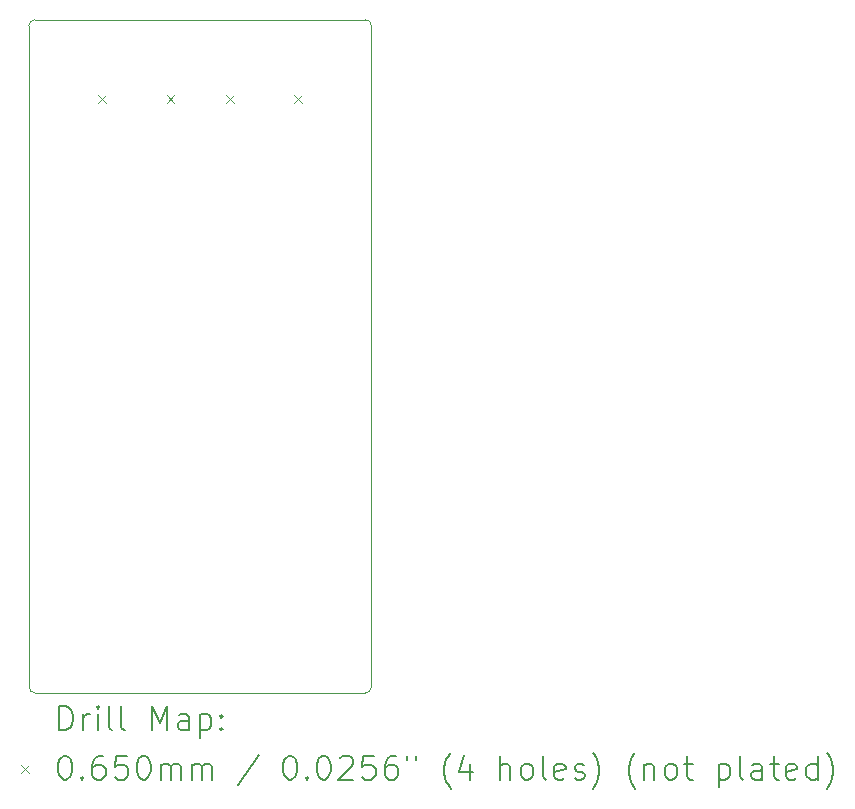
<source format=gbr>
%TF.GenerationSoftware,KiCad,Pcbnew,8.0.8*%
%TF.CreationDate,2025-02-02T16:18:38-05:00*%
%TF.ProjectId,BCD-S3-DevKitC-1-N16R8V,4243442d-5333-42d4-9465-764b6974432d,1.0*%
%TF.SameCoordinates,Original*%
%TF.FileFunction,Drillmap*%
%TF.FilePolarity,Positive*%
%FSLAX45Y45*%
G04 Gerber Fmt 4.5, Leading zero omitted, Abs format (unit mm)*
G04 Created by KiCad (PCBNEW 8.0.8) date 2025-02-02 16:18:38*
%MOMM*%
%LPD*%
G01*
G04 APERTURE LIST*
%ADD10C,0.050000*%
%ADD11C,0.200000*%
%ADD12C,0.100000*%
G04 APERTURE END LIST*
D10*
X13090000Y-5870800D02*
X13090000Y-11469200D01*
X15990000Y-11469200D02*
G75*
G02*
X15939200Y-11520000I-50800J0D01*
G01*
X15939200Y-5820000D02*
X13140800Y-5820000D01*
X15939200Y-11520000D02*
X13140800Y-11520000D01*
X15939200Y-5820000D02*
G75*
G02*
X15990000Y-5870800I0J-50800D01*
G01*
X13090000Y-5870800D02*
G75*
G02*
X13140800Y-5820000I50800J0D01*
G01*
X13140800Y-11520000D02*
G75*
G02*
X13090000Y-11469200I0J50800D01*
G01*
X15990000Y-11469200D02*
X15990000Y-5870800D01*
D11*
D12*
X13677833Y-6461180D02*
X13742833Y-6526180D01*
X13742833Y-6461180D02*
X13677833Y-6526180D01*
X14255833Y-6461180D02*
X14320833Y-6526180D01*
X14320833Y-6461180D02*
X14255833Y-6526180D01*
X14759167Y-6461180D02*
X14824167Y-6526180D01*
X14824167Y-6461180D02*
X14759167Y-6526180D01*
X15337167Y-6461180D02*
X15402167Y-6526180D01*
X15402167Y-6461180D02*
X15337167Y-6526180D01*
D11*
X13348277Y-11833984D02*
X13348277Y-11633984D01*
X13348277Y-11633984D02*
X13395896Y-11633984D01*
X13395896Y-11633984D02*
X13424467Y-11643508D01*
X13424467Y-11643508D02*
X13443515Y-11662555D01*
X13443515Y-11662555D02*
X13453039Y-11681603D01*
X13453039Y-11681603D02*
X13462562Y-11719698D01*
X13462562Y-11719698D02*
X13462562Y-11748269D01*
X13462562Y-11748269D02*
X13453039Y-11786365D01*
X13453039Y-11786365D02*
X13443515Y-11805412D01*
X13443515Y-11805412D02*
X13424467Y-11824460D01*
X13424467Y-11824460D02*
X13395896Y-11833984D01*
X13395896Y-11833984D02*
X13348277Y-11833984D01*
X13548277Y-11833984D02*
X13548277Y-11700650D01*
X13548277Y-11738746D02*
X13557801Y-11719698D01*
X13557801Y-11719698D02*
X13567324Y-11710174D01*
X13567324Y-11710174D02*
X13586372Y-11700650D01*
X13586372Y-11700650D02*
X13605420Y-11700650D01*
X13672086Y-11833984D02*
X13672086Y-11700650D01*
X13672086Y-11633984D02*
X13662562Y-11643508D01*
X13662562Y-11643508D02*
X13672086Y-11653031D01*
X13672086Y-11653031D02*
X13681610Y-11643508D01*
X13681610Y-11643508D02*
X13672086Y-11633984D01*
X13672086Y-11633984D02*
X13672086Y-11653031D01*
X13795896Y-11833984D02*
X13776848Y-11824460D01*
X13776848Y-11824460D02*
X13767324Y-11805412D01*
X13767324Y-11805412D02*
X13767324Y-11633984D01*
X13900658Y-11833984D02*
X13881610Y-11824460D01*
X13881610Y-11824460D02*
X13872086Y-11805412D01*
X13872086Y-11805412D02*
X13872086Y-11633984D01*
X14129229Y-11833984D02*
X14129229Y-11633984D01*
X14129229Y-11633984D02*
X14195896Y-11776841D01*
X14195896Y-11776841D02*
X14262562Y-11633984D01*
X14262562Y-11633984D02*
X14262562Y-11833984D01*
X14443515Y-11833984D02*
X14443515Y-11729222D01*
X14443515Y-11729222D02*
X14433991Y-11710174D01*
X14433991Y-11710174D02*
X14414943Y-11700650D01*
X14414943Y-11700650D02*
X14376848Y-11700650D01*
X14376848Y-11700650D02*
X14357801Y-11710174D01*
X14443515Y-11824460D02*
X14424467Y-11833984D01*
X14424467Y-11833984D02*
X14376848Y-11833984D01*
X14376848Y-11833984D02*
X14357801Y-11824460D01*
X14357801Y-11824460D02*
X14348277Y-11805412D01*
X14348277Y-11805412D02*
X14348277Y-11786365D01*
X14348277Y-11786365D02*
X14357801Y-11767317D01*
X14357801Y-11767317D02*
X14376848Y-11757793D01*
X14376848Y-11757793D02*
X14424467Y-11757793D01*
X14424467Y-11757793D02*
X14443515Y-11748269D01*
X14538753Y-11700650D02*
X14538753Y-11900650D01*
X14538753Y-11710174D02*
X14557801Y-11700650D01*
X14557801Y-11700650D02*
X14595896Y-11700650D01*
X14595896Y-11700650D02*
X14614943Y-11710174D01*
X14614943Y-11710174D02*
X14624467Y-11719698D01*
X14624467Y-11719698D02*
X14633991Y-11738746D01*
X14633991Y-11738746D02*
X14633991Y-11795888D01*
X14633991Y-11795888D02*
X14624467Y-11814936D01*
X14624467Y-11814936D02*
X14614943Y-11824460D01*
X14614943Y-11824460D02*
X14595896Y-11833984D01*
X14595896Y-11833984D02*
X14557801Y-11833984D01*
X14557801Y-11833984D02*
X14538753Y-11824460D01*
X14719705Y-11814936D02*
X14729229Y-11824460D01*
X14729229Y-11824460D02*
X14719705Y-11833984D01*
X14719705Y-11833984D02*
X14710182Y-11824460D01*
X14710182Y-11824460D02*
X14719705Y-11814936D01*
X14719705Y-11814936D02*
X14719705Y-11833984D01*
X14719705Y-11710174D02*
X14729229Y-11719698D01*
X14729229Y-11719698D02*
X14719705Y-11729222D01*
X14719705Y-11729222D02*
X14710182Y-11719698D01*
X14710182Y-11719698D02*
X14719705Y-11710174D01*
X14719705Y-11710174D02*
X14719705Y-11729222D01*
D12*
X13022500Y-12130000D02*
X13087500Y-12195000D01*
X13087500Y-12130000D02*
X13022500Y-12195000D01*
D11*
X13386372Y-12053984D02*
X13405420Y-12053984D01*
X13405420Y-12053984D02*
X13424467Y-12063508D01*
X13424467Y-12063508D02*
X13433991Y-12073031D01*
X13433991Y-12073031D02*
X13443515Y-12092079D01*
X13443515Y-12092079D02*
X13453039Y-12130174D01*
X13453039Y-12130174D02*
X13453039Y-12177793D01*
X13453039Y-12177793D02*
X13443515Y-12215888D01*
X13443515Y-12215888D02*
X13433991Y-12234936D01*
X13433991Y-12234936D02*
X13424467Y-12244460D01*
X13424467Y-12244460D02*
X13405420Y-12253984D01*
X13405420Y-12253984D02*
X13386372Y-12253984D01*
X13386372Y-12253984D02*
X13367324Y-12244460D01*
X13367324Y-12244460D02*
X13357801Y-12234936D01*
X13357801Y-12234936D02*
X13348277Y-12215888D01*
X13348277Y-12215888D02*
X13338753Y-12177793D01*
X13338753Y-12177793D02*
X13338753Y-12130174D01*
X13338753Y-12130174D02*
X13348277Y-12092079D01*
X13348277Y-12092079D02*
X13357801Y-12073031D01*
X13357801Y-12073031D02*
X13367324Y-12063508D01*
X13367324Y-12063508D02*
X13386372Y-12053984D01*
X13538753Y-12234936D02*
X13548277Y-12244460D01*
X13548277Y-12244460D02*
X13538753Y-12253984D01*
X13538753Y-12253984D02*
X13529229Y-12244460D01*
X13529229Y-12244460D02*
X13538753Y-12234936D01*
X13538753Y-12234936D02*
X13538753Y-12253984D01*
X13719705Y-12053984D02*
X13681610Y-12053984D01*
X13681610Y-12053984D02*
X13662562Y-12063508D01*
X13662562Y-12063508D02*
X13653039Y-12073031D01*
X13653039Y-12073031D02*
X13633991Y-12101603D01*
X13633991Y-12101603D02*
X13624467Y-12139698D01*
X13624467Y-12139698D02*
X13624467Y-12215888D01*
X13624467Y-12215888D02*
X13633991Y-12234936D01*
X13633991Y-12234936D02*
X13643515Y-12244460D01*
X13643515Y-12244460D02*
X13662562Y-12253984D01*
X13662562Y-12253984D02*
X13700658Y-12253984D01*
X13700658Y-12253984D02*
X13719705Y-12244460D01*
X13719705Y-12244460D02*
X13729229Y-12234936D01*
X13729229Y-12234936D02*
X13738753Y-12215888D01*
X13738753Y-12215888D02*
X13738753Y-12168269D01*
X13738753Y-12168269D02*
X13729229Y-12149222D01*
X13729229Y-12149222D02*
X13719705Y-12139698D01*
X13719705Y-12139698D02*
X13700658Y-12130174D01*
X13700658Y-12130174D02*
X13662562Y-12130174D01*
X13662562Y-12130174D02*
X13643515Y-12139698D01*
X13643515Y-12139698D02*
X13633991Y-12149222D01*
X13633991Y-12149222D02*
X13624467Y-12168269D01*
X13919705Y-12053984D02*
X13824467Y-12053984D01*
X13824467Y-12053984D02*
X13814943Y-12149222D01*
X13814943Y-12149222D02*
X13824467Y-12139698D01*
X13824467Y-12139698D02*
X13843515Y-12130174D01*
X13843515Y-12130174D02*
X13891134Y-12130174D01*
X13891134Y-12130174D02*
X13910182Y-12139698D01*
X13910182Y-12139698D02*
X13919705Y-12149222D01*
X13919705Y-12149222D02*
X13929229Y-12168269D01*
X13929229Y-12168269D02*
X13929229Y-12215888D01*
X13929229Y-12215888D02*
X13919705Y-12234936D01*
X13919705Y-12234936D02*
X13910182Y-12244460D01*
X13910182Y-12244460D02*
X13891134Y-12253984D01*
X13891134Y-12253984D02*
X13843515Y-12253984D01*
X13843515Y-12253984D02*
X13824467Y-12244460D01*
X13824467Y-12244460D02*
X13814943Y-12234936D01*
X14053039Y-12053984D02*
X14072086Y-12053984D01*
X14072086Y-12053984D02*
X14091134Y-12063508D01*
X14091134Y-12063508D02*
X14100658Y-12073031D01*
X14100658Y-12073031D02*
X14110182Y-12092079D01*
X14110182Y-12092079D02*
X14119705Y-12130174D01*
X14119705Y-12130174D02*
X14119705Y-12177793D01*
X14119705Y-12177793D02*
X14110182Y-12215888D01*
X14110182Y-12215888D02*
X14100658Y-12234936D01*
X14100658Y-12234936D02*
X14091134Y-12244460D01*
X14091134Y-12244460D02*
X14072086Y-12253984D01*
X14072086Y-12253984D02*
X14053039Y-12253984D01*
X14053039Y-12253984D02*
X14033991Y-12244460D01*
X14033991Y-12244460D02*
X14024467Y-12234936D01*
X14024467Y-12234936D02*
X14014943Y-12215888D01*
X14014943Y-12215888D02*
X14005420Y-12177793D01*
X14005420Y-12177793D02*
X14005420Y-12130174D01*
X14005420Y-12130174D02*
X14014943Y-12092079D01*
X14014943Y-12092079D02*
X14024467Y-12073031D01*
X14024467Y-12073031D02*
X14033991Y-12063508D01*
X14033991Y-12063508D02*
X14053039Y-12053984D01*
X14205420Y-12253984D02*
X14205420Y-12120650D01*
X14205420Y-12139698D02*
X14214943Y-12130174D01*
X14214943Y-12130174D02*
X14233991Y-12120650D01*
X14233991Y-12120650D02*
X14262563Y-12120650D01*
X14262563Y-12120650D02*
X14281610Y-12130174D01*
X14281610Y-12130174D02*
X14291134Y-12149222D01*
X14291134Y-12149222D02*
X14291134Y-12253984D01*
X14291134Y-12149222D02*
X14300658Y-12130174D01*
X14300658Y-12130174D02*
X14319705Y-12120650D01*
X14319705Y-12120650D02*
X14348277Y-12120650D01*
X14348277Y-12120650D02*
X14367324Y-12130174D01*
X14367324Y-12130174D02*
X14376848Y-12149222D01*
X14376848Y-12149222D02*
X14376848Y-12253984D01*
X14472086Y-12253984D02*
X14472086Y-12120650D01*
X14472086Y-12139698D02*
X14481610Y-12130174D01*
X14481610Y-12130174D02*
X14500658Y-12120650D01*
X14500658Y-12120650D02*
X14529229Y-12120650D01*
X14529229Y-12120650D02*
X14548277Y-12130174D01*
X14548277Y-12130174D02*
X14557801Y-12149222D01*
X14557801Y-12149222D02*
X14557801Y-12253984D01*
X14557801Y-12149222D02*
X14567324Y-12130174D01*
X14567324Y-12130174D02*
X14586372Y-12120650D01*
X14586372Y-12120650D02*
X14614943Y-12120650D01*
X14614943Y-12120650D02*
X14633991Y-12130174D01*
X14633991Y-12130174D02*
X14643515Y-12149222D01*
X14643515Y-12149222D02*
X14643515Y-12253984D01*
X15033991Y-12044460D02*
X14862563Y-12301603D01*
X15291134Y-12053984D02*
X15310182Y-12053984D01*
X15310182Y-12053984D02*
X15329229Y-12063508D01*
X15329229Y-12063508D02*
X15338753Y-12073031D01*
X15338753Y-12073031D02*
X15348277Y-12092079D01*
X15348277Y-12092079D02*
X15357801Y-12130174D01*
X15357801Y-12130174D02*
X15357801Y-12177793D01*
X15357801Y-12177793D02*
X15348277Y-12215888D01*
X15348277Y-12215888D02*
X15338753Y-12234936D01*
X15338753Y-12234936D02*
X15329229Y-12244460D01*
X15329229Y-12244460D02*
X15310182Y-12253984D01*
X15310182Y-12253984D02*
X15291134Y-12253984D01*
X15291134Y-12253984D02*
X15272086Y-12244460D01*
X15272086Y-12244460D02*
X15262563Y-12234936D01*
X15262563Y-12234936D02*
X15253039Y-12215888D01*
X15253039Y-12215888D02*
X15243515Y-12177793D01*
X15243515Y-12177793D02*
X15243515Y-12130174D01*
X15243515Y-12130174D02*
X15253039Y-12092079D01*
X15253039Y-12092079D02*
X15262563Y-12073031D01*
X15262563Y-12073031D02*
X15272086Y-12063508D01*
X15272086Y-12063508D02*
X15291134Y-12053984D01*
X15443515Y-12234936D02*
X15453039Y-12244460D01*
X15453039Y-12244460D02*
X15443515Y-12253984D01*
X15443515Y-12253984D02*
X15433991Y-12244460D01*
X15433991Y-12244460D02*
X15443515Y-12234936D01*
X15443515Y-12234936D02*
X15443515Y-12253984D01*
X15576848Y-12053984D02*
X15595896Y-12053984D01*
X15595896Y-12053984D02*
X15614944Y-12063508D01*
X15614944Y-12063508D02*
X15624467Y-12073031D01*
X15624467Y-12073031D02*
X15633991Y-12092079D01*
X15633991Y-12092079D02*
X15643515Y-12130174D01*
X15643515Y-12130174D02*
X15643515Y-12177793D01*
X15643515Y-12177793D02*
X15633991Y-12215888D01*
X15633991Y-12215888D02*
X15624467Y-12234936D01*
X15624467Y-12234936D02*
X15614944Y-12244460D01*
X15614944Y-12244460D02*
X15595896Y-12253984D01*
X15595896Y-12253984D02*
X15576848Y-12253984D01*
X15576848Y-12253984D02*
X15557801Y-12244460D01*
X15557801Y-12244460D02*
X15548277Y-12234936D01*
X15548277Y-12234936D02*
X15538753Y-12215888D01*
X15538753Y-12215888D02*
X15529229Y-12177793D01*
X15529229Y-12177793D02*
X15529229Y-12130174D01*
X15529229Y-12130174D02*
X15538753Y-12092079D01*
X15538753Y-12092079D02*
X15548277Y-12073031D01*
X15548277Y-12073031D02*
X15557801Y-12063508D01*
X15557801Y-12063508D02*
X15576848Y-12053984D01*
X15719706Y-12073031D02*
X15729229Y-12063508D01*
X15729229Y-12063508D02*
X15748277Y-12053984D01*
X15748277Y-12053984D02*
X15795896Y-12053984D01*
X15795896Y-12053984D02*
X15814944Y-12063508D01*
X15814944Y-12063508D02*
X15824467Y-12073031D01*
X15824467Y-12073031D02*
X15833991Y-12092079D01*
X15833991Y-12092079D02*
X15833991Y-12111127D01*
X15833991Y-12111127D02*
X15824467Y-12139698D01*
X15824467Y-12139698D02*
X15710182Y-12253984D01*
X15710182Y-12253984D02*
X15833991Y-12253984D01*
X16014944Y-12053984D02*
X15919706Y-12053984D01*
X15919706Y-12053984D02*
X15910182Y-12149222D01*
X15910182Y-12149222D02*
X15919706Y-12139698D01*
X15919706Y-12139698D02*
X15938753Y-12130174D01*
X15938753Y-12130174D02*
X15986372Y-12130174D01*
X15986372Y-12130174D02*
X16005420Y-12139698D01*
X16005420Y-12139698D02*
X16014944Y-12149222D01*
X16014944Y-12149222D02*
X16024467Y-12168269D01*
X16024467Y-12168269D02*
X16024467Y-12215888D01*
X16024467Y-12215888D02*
X16014944Y-12234936D01*
X16014944Y-12234936D02*
X16005420Y-12244460D01*
X16005420Y-12244460D02*
X15986372Y-12253984D01*
X15986372Y-12253984D02*
X15938753Y-12253984D01*
X15938753Y-12253984D02*
X15919706Y-12244460D01*
X15919706Y-12244460D02*
X15910182Y-12234936D01*
X16195896Y-12053984D02*
X16157801Y-12053984D01*
X16157801Y-12053984D02*
X16138753Y-12063508D01*
X16138753Y-12063508D02*
X16129229Y-12073031D01*
X16129229Y-12073031D02*
X16110182Y-12101603D01*
X16110182Y-12101603D02*
X16100658Y-12139698D01*
X16100658Y-12139698D02*
X16100658Y-12215888D01*
X16100658Y-12215888D02*
X16110182Y-12234936D01*
X16110182Y-12234936D02*
X16119706Y-12244460D01*
X16119706Y-12244460D02*
X16138753Y-12253984D01*
X16138753Y-12253984D02*
X16176848Y-12253984D01*
X16176848Y-12253984D02*
X16195896Y-12244460D01*
X16195896Y-12244460D02*
X16205420Y-12234936D01*
X16205420Y-12234936D02*
X16214944Y-12215888D01*
X16214944Y-12215888D02*
X16214944Y-12168269D01*
X16214944Y-12168269D02*
X16205420Y-12149222D01*
X16205420Y-12149222D02*
X16195896Y-12139698D01*
X16195896Y-12139698D02*
X16176848Y-12130174D01*
X16176848Y-12130174D02*
X16138753Y-12130174D01*
X16138753Y-12130174D02*
X16119706Y-12139698D01*
X16119706Y-12139698D02*
X16110182Y-12149222D01*
X16110182Y-12149222D02*
X16100658Y-12168269D01*
X16291134Y-12053984D02*
X16291134Y-12092079D01*
X16367325Y-12053984D02*
X16367325Y-12092079D01*
X16662563Y-12330174D02*
X16653039Y-12320650D01*
X16653039Y-12320650D02*
X16633991Y-12292079D01*
X16633991Y-12292079D02*
X16624468Y-12273031D01*
X16624468Y-12273031D02*
X16614944Y-12244460D01*
X16614944Y-12244460D02*
X16605420Y-12196841D01*
X16605420Y-12196841D02*
X16605420Y-12158746D01*
X16605420Y-12158746D02*
X16614944Y-12111127D01*
X16614944Y-12111127D02*
X16624468Y-12082555D01*
X16624468Y-12082555D02*
X16633991Y-12063508D01*
X16633991Y-12063508D02*
X16653039Y-12034936D01*
X16653039Y-12034936D02*
X16662563Y-12025412D01*
X16824468Y-12120650D02*
X16824468Y-12253984D01*
X16776848Y-12044460D02*
X16729229Y-12187317D01*
X16729229Y-12187317D02*
X16853039Y-12187317D01*
X17081611Y-12253984D02*
X17081611Y-12053984D01*
X17167325Y-12253984D02*
X17167325Y-12149222D01*
X17167325Y-12149222D02*
X17157801Y-12130174D01*
X17157801Y-12130174D02*
X17138753Y-12120650D01*
X17138753Y-12120650D02*
X17110182Y-12120650D01*
X17110182Y-12120650D02*
X17091134Y-12130174D01*
X17091134Y-12130174D02*
X17081611Y-12139698D01*
X17291134Y-12253984D02*
X17272087Y-12244460D01*
X17272087Y-12244460D02*
X17262563Y-12234936D01*
X17262563Y-12234936D02*
X17253039Y-12215888D01*
X17253039Y-12215888D02*
X17253039Y-12158746D01*
X17253039Y-12158746D02*
X17262563Y-12139698D01*
X17262563Y-12139698D02*
X17272087Y-12130174D01*
X17272087Y-12130174D02*
X17291134Y-12120650D01*
X17291134Y-12120650D02*
X17319706Y-12120650D01*
X17319706Y-12120650D02*
X17338753Y-12130174D01*
X17338753Y-12130174D02*
X17348277Y-12139698D01*
X17348277Y-12139698D02*
X17357801Y-12158746D01*
X17357801Y-12158746D02*
X17357801Y-12215888D01*
X17357801Y-12215888D02*
X17348277Y-12234936D01*
X17348277Y-12234936D02*
X17338753Y-12244460D01*
X17338753Y-12244460D02*
X17319706Y-12253984D01*
X17319706Y-12253984D02*
X17291134Y-12253984D01*
X17472087Y-12253984D02*
X17453039Y-12244460D01*
X17453039Y-12244460D02*
X17443515Y-12225412D01*
X17443515Y-12225412D02*
X17443515Y-12053984D01*
X17624468Y-12244460D02*
X17605420Y-12253984D01*
X17605420Y-12253984D02*
X17567325Y-12253984D01*
X17567325Y-12253984D02*
X17548277Y-12244460D01*
X17548277Y-12244460D02*
X17538753Y-12225412D01*
X17538753Y-12225412D02*
X17538753Y-12149222D01*
X17538753Y-12149222D02*
X17548277Y-12130174D01*
X17548277Y-12130174D02*
X17567325Y-12120650D01*
X17567325Y-12120650D02*
X17605420Y-12120650D01*
X17605420Y-12120650D02*
X17624468Y-12130174D01*
X17624468Y-12130174D02*
X17633992Y-12149222D01*
X17633992Y-12149222D02*
X17633992Y-12168269D01*
X17633992Y-12168269D02*
X17538753Y-12187317D01*
X17710182Y-12244460D02*
X17729230Y-12253984D01*
X17729230Y-12253984D02*
X17767325Y-12253984D01*
X17767325Y-12253984D02*
X17786373Y-12244460D01*
X17786373Y-12244460D02*
X17795896Y-12225412D01*
X17795896Y-12225412D02*
X17795896Y-12215888D01*
X17795896Y-12215888D02*
X17786373Y-12196841D01*
X17786373Y-12196841D02*
X17767325Y-12187317D01*
X17767325Y-12187317D02*
X17738753Y-12187317D01*
X17738753Y-12187317D02*
X17719706Y-12177793D01*
X17719706Y-12177793D02*
X17710182Y-12158746D01*
X17710182Y-12158746D02*
X17710182Y-12149222D01*
X17710182Y-12149222D02*
X17719706Y-12130174D01*
X17719706Y-12130174D02*
X17738753Y-12120650D01*
X17738753Y-12120650D02*
X17767325Y-12120650D01*
X17767325Y-12120650D02*
X17786373Y-12130174D01*
X17862563Y-12330174D02*
X17872087Y-12320650D01*
X17872087Y-12320650D02*
X17891134Y-12292079D01*
X17891134Y-12292079D02*
X17900658Y-12273031D01*
X17900658Y-12273031D02*
X17910182Y-12244460D01*
X17910182Y-12244460D02*
X17919706Y-12196841D01*
X17919706Y-12196841D02*
X17919706Y-12158746D01*
X17919706Y-12158746D02*
X17910182Y-12111127D01*
X17910182Y-12111127D02*
X17900658Y-12082555D01*
X17900658Y-12082555D02*
X17891134Y-12063508D01*
X17891134Y-12063508D02*
X17872087Y-12034936D01*
X17872087Y-12034936D02*
X17862563Y-12025412D01*
X18224468Y-12330174D02*
X18214944Y-12320650D01*
X18214944Y-12320650D02*
X18195896Y-12292079D01*
X18195896Y-12292079D02*
X18186373Y-12273031D01*
X18186373Y-12273031D02*
X18176849Y-12244460D01*
X18176849Y-12244460D02*
X18167325Y-12196841D01*
X18167325Y-12196841D02*
X18167325Y-12158746D01*
X18167325Y-12158746D02*
X18176849Y-12111127D01*
X18176849Y-12111127D02*
X18186373Y-12082555D01*
X18186373Y-12082555D02*
X18195896Y-12063508D01*
X18195896Y-12063508D02*
X18214944Y-12034936D01*
X18214944Y-12034936D02*
X18224468Y-12025412D01*
X18300658Y-12120650D02*
X18300658Y-12253984D01*
X18300658Y-12139698D02*
X18310182Y-12130174D01*
X18310182Y-12130174D02*
X18329230Y-12120650D01*
X18329230Y-12120650D02*
X18357801Y-12120650D01*
X18357801Y-12120650D02*
X18376849Y-12130174D01*
X18376849Y-12130174D02*
X18386373Y-12149222D01*
X18386373Y-12149222D02*
X18386373Y-12253984D01*
X18510182Y-12253984D02*
X18491134Y-12244460D01*
X18491134Y-12244460D02*
X18481611Y-12234936D01*
X18481611Y-12234936D02*
X18472087Y-12215888D01*
X18472087Y-12215888D02*
X18472087Y-12158746D01*
X18472087Y-12158746D02*
X18481611Y-12139698D01*
X18481611Y-12139698D02*
X18491134Y-12130174D01*
X18491134Y-12130174D02*
X18510182Y-12120650D01*
X18510182Y-12120650D02*
X18538754Y-12120650D01*
X18538754Y-12120650D02*
X18557801Y-12130174D01*
X18557801Y-12130174D02*
X18567325Y-12139698D01*
X18567325Y-12139698D02*
X18576849Y-12158746D01*
X18576849Y-12158746D02*
X18576849Y-12215888D01*
X18576849Y-12215888D02*
X18567325Y-12234936D01*
X18567325Y-12234936D02*
X18557801Y-12244460D01*
X18557801Y-12244460D02*
X18538754Y-12253984D01*
X18538754Y-12253984D02*
X18510182Y-12253984D01*
X18633992Y-12120650D02*
X18710182Y-12120650D01*
X18662563Y-12053984D02*
X18662563Y-12225412D01*
X18662563Y-12225412D02*
X18672087Y-12244460D01*
X18672087Y-12244460D02*
X18691134Y-12253984D01*
X18691134Y-12253984D02*
X18710182Y-12253984D01*
X18929230Y-12120650D02*
X18929230Y-12320650D01*
X18929230Y-12130174D02*
X18948277Y-12120650D01*
X18948277Y-12120650D02*
X18986373Y-12120650D01*
X18986373Y-12120650D02*
X19005420Y-12130174D01*
X19005420Y-12130174D02*
X19014944Y-12139698D01*
X19014944Y-12139698D02*
X19024468Y-12158746D01*
X19024468Y-12158746D02*
X19024468Y-12215888D01*
X19024468Y-12215888D02*
X19014944Y-12234936D01*
X19014944Y-12234936D02*
X19005420Y-12244460D01*
X19005420Y-12244460D02*
X18986373Y-12253984D01*
X18986373Y-12253984D02*
X18948277Y-12253984D01*
X18948277Y-12253984D02*
X18929230Y-12244460D01*
X19138754Y-12253984D02*
X19119706Y-12244460D01*
X19119706Y-12244460D02*
X19110182Y-12225412D01*
X19110182Y-12225412D02*
X19110182Y-12053984D01*
X19300658Y-12253984D02*
X19300658Y-12149222D01*
X19300658Y-12149222D02*
X19291135Y-12130174D01*
X19291135Y-12130174D02*
X19272087Y-12120650D01*
X19272087Y-12120650D02*
X19233992Y-12120650D01*
X19233992Y-12120650D02*
X19214944Y-12130174D01*
X19300658Y-12244460D02*
X19281611Y-12253984D01*
X19281611Y-12253984D02*
X19233992Y-12253984D01*
X19233992Y-12253984D02*
X19214944Y-12244460D01*
X19214944Y-12244460D02*
X19205420Y-12225412D01*
X19205420Y-12225412D02*
X19205420Y-12206365D01*
X19205420Y-12206365D02*
X19214944Y-12187317D01*
X19214944Y-12187317D02*
X19233992Y-12177793D01*
X19233992Y-12177793D02*
X19281611Y-12177793D01*
X19281611Y-12177793D02*
X19300658Y-12168269D01*
X19367325Y-12120650D02*
X19443515Y-12120650D01*
X19395896Y-12053984D02*
X19395896Y-12225412D01*
X19395896Y-12225412D02*
X19405420Y-12244460D01*
X19405420Y-12244460D02*
X19424468Y-12253984D01*
X19424468Y-12253984D02*
X19443515Y-12253984D01*
X19586373Y-12244460D02*
X19567325Y-12253984D01*
X19567325Y-12253984D02*
X19529230Y-12253984D01*
X19529230Y-12253984D02*
X19510182Y-12244460D01*
X19510182Y-12244460D02*
X19500658Y-12225412D01*
X19500658Y-12225412D02*
X19500658Y-12149222D01*
X19500658Y-12149222D02*
X19510182Y-12130174D01*
X19510182Y-12130174D02*
X19529230Y-12120650D01*
X19529230Y-12120650D02*
X19567325Y-12120650D01*
X19567325Y-12120650D02*
X19586373Y-12130174D01*
X19586373Y-12130174D02*
X19595896Y-12149222D01*
X19595896Y-12149222D02*
X19595896Y-12168269D01*
X19595896Y-12168269D02*
X19500658Y-12187317D01*
X19767325Y-12253984D02*
X19767325Y-12053984D01*
X19767325Y-12244460D02*
X19748277Y-12253984D01*
X19748277Y-12253984D02*
X19710182Y-12253984D01*
X19710182Y-12253984D02*
X19691135Y-12244460D01*
X19691135Y-12244460D02*
X19681611Y-12234936D01*
X19681611Y-12234936D02*
X19672087Y-12215888D01*
X19672087Y-12215888D02*
X19672087Y-12158746D01*
X19672087Y-12158746D02*
X19681611Y-12139698D01*
X19681611Y-12139698D02*
X19691135Y-12130174D01*
X19691135Y-12130174D02*
X19710182Y-12120650D01*
X19710182Y-12120650D02*
X19748277Y-12120650D01*
X19748277Y-12120650D02*
X19767325Y-12130174D01*
X19843516Y-12330174D02*
X19853039Y-12320650D01*
X19853039Y-12320650D02*
X19872087Y-12292079D01*
X19872087Y-12292079D02*
X19881611Y-12273031D01*
X19881611Y-12273031D02*
X19891135Y-12244460D01*
X19891135Y-12244460D02*
X19900658Y-12196841D01*
X19900658Y-12196841D02*
X19900658Y-12158746D01*
X19900658Y-12158746D02*
X19891135Y-12111127D01*
X19891135Y-12111127D02*
X19881611Y-12082555D01*
X19881611Y-12082555D02*
X19872087Y-12063508D01*
X19872087Y-12063508D02*
X19853039Y-12034936D01*
X19853039Y-12034936D02*
X19843516Y-12025412D01*
M02*

</source>
